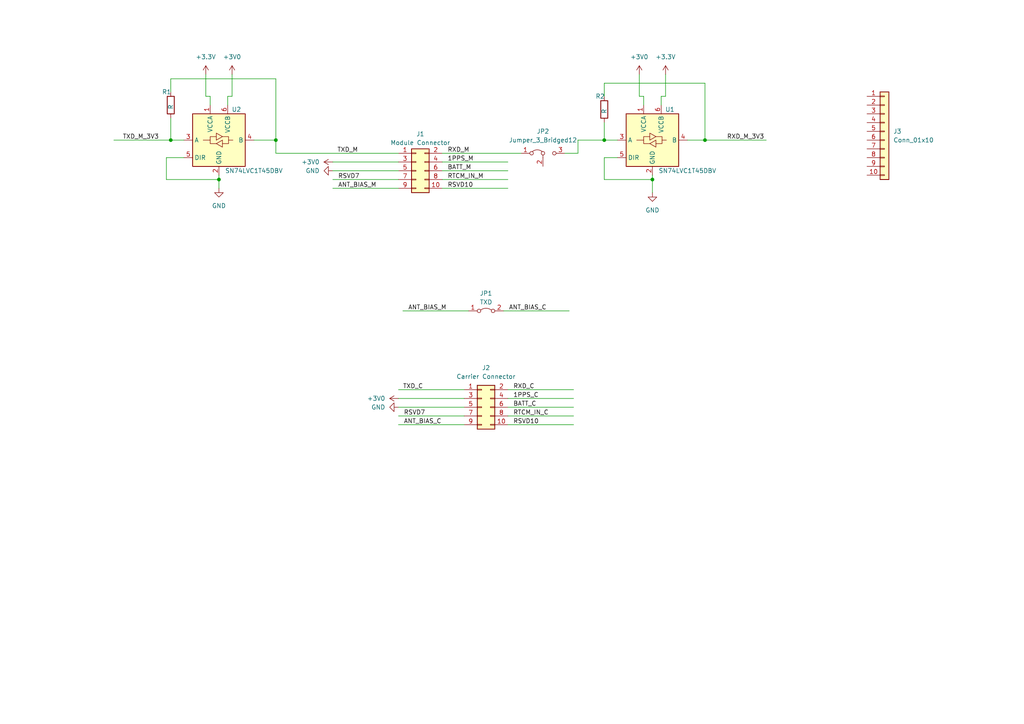
<source format=kicad_sch>
(kicad_sch (version 20230121) (generator eeschema)
  (paper "A4")
  (lib_symbols
    (symbol "Connector_Generic:Conn_01x10" (pin_names (offset 1.016) hide)
      (property "Reference" "J" (at 0 12.7 0))
      (property "Value" "Conn_01x10" (at 0 -15.24 0))
      (symbol "Conn_01x10_1_1"
        (rectangle (start -1.27 -12.573) (end 0 -12.827) (stroke (width 0.1524)))
        (rectangle (start -1.27 -10.033) (end 0 -10.287) (stroke (width 0.1524)))
        (rectangle (start -1.27 -7.493) (end 0 -7.747) (stroke (width 0.1524)))
        (rectangle (start -1.27 -4.953) (end 0 -5.207) (stroke (width 0.1524)))
        (rectangle (start -1.27 -2.413) (end 0 -2.667) (stroke (width 0.1524)))
        (rectangle (start -1.27 0.127) (end 0 -0.127) (stroke (width 0.1524)))
        (rectangle (start -1.27 2.667) (end 0 2.413) (stroke (width 0.1524)))
        (rectangle (start -1.27 5.207) (end 0 4.953) (stroke (width 0.1524)))
        (rectangle (start -1.27 7.747) (end 0 7.493) (stroke (width 0.1524)))
        (rectangle (start -1.27 10.287) (end 0 10.033) (stroke (width 0.1524)))
        (rectangle (start -1.27 11.43) (end 1.27 -13.97) (stroke (width 0.254)) (fill (type background)))
        (pin passive line (at -5.08 10.16 0) (length 3.81) (name "Pin_1") (number "1"))
        (pin passive line (at -5.08 -12.7 0) (length 3.81) (name "Pin_10") (number "10"))
        (pin passive line (at -5.08 7.62 0) (length 3.81) (name "Pin_2") (number "2"))
        (pin passive line (at -5.08 5.08 0) (length 3.81) (name "Pin_3") (number "3"))
        (pin passive line (at -5.08 2.54 0) (length 3.81) (name "Pin_4") (number "4"))
        (pin passive line (at -5.08 0 0) (length 3.81) (name "Pin_5") (number "5"))
        (pin passive line (at -5.08 -2.54 0) (length 3.81) (name "Pin_6") (number "6"))
        (pin passive line (at -5.08 -5.08 0) (length 3.81) (name "Pin_7") (number "7"))
        (pin passive line (at -5.08 -7.62 0) (length 3.81) (name "Pin_8") (number "8"))
        (pin passive line (at -5.08 -10.16 0) (length 3.81) (name "Pin_9") (number "9"))
      )
    )
    (symbol "Connector_Generic:Conn_02x05_Odd_Even" (pin_names (offset 1.016) hide)
      (property "Reference" "J" (at 1.27 7.62 0))
      (property "Value" "Conn_02x05_Odd_Even" (at 1.27 -7.62 0))
      (symbol "Conn_02x05_Odd_Even_1_1"
        (rectangle (start -1.27 -4.953) (end 0 -5.207) (stroke (width 0.1524)))
        (rectangle (start -1.27 -2.413) (end 0 -2.667) (stroke (width 0.1524)))
        (rectangle (start -1.27 0.127) (end 0 -0.127) (stroke (width 0.1524)))
        (rectangle (start -1.27 2.667) (end 0 2.413) (stroke (width 0.1524)))
        (rectangle (start -1.27 5.207) (end 0 4.953) (stroke (width 0.1524)))
        (rectangle (start -1.27 6.35) (end 3.81 -6.35) (stroke (width 0.254)) (fill (type background)))
        (rectangle (start 3.81 -4.953) (end 2.54 -5.207) (stroke (width 0.1524)))
        (rectangle (start 3.81 -2.413) (end 2.54 -2.667) (stroke (width 0.1524)))
        (rectangle (start 3.81 0.127) (end 2.54 -0.127) (stroke (width 0.1524)))
        (rectangle (start 3.81 2.667) (end 2.54 2.413) (stroke (width 0.1524)))
        (rectangle (start 3.81 5.207) (end 2.54 4.953) (stroke (width 0.1524)))
        (pin passive line (at -5.08 5.08 0) (length 3.81) (name "Pin_1") (number "1"))
        (pin passive line (at 7.62 -5.08 180) (length 3.81) (name "Pin_10") (number "10"))
        (pin passive line (at 7.62 5.08 180) (length 3.81) (name "Pin_2") (number "2"))
        (pin passive line (at -5.08 2.54 0) (length 3.81) (name "Pin_3") (number "3"))
        (pin passive line (at 7.62 2.54 180) (length 3.81) (name "Pin_4") (number "4"))
        (pin passive line (at -5.08 0 0) (length 3.81) (name "Pin_5") (number "5"))
        (pin passive line (at 7.62 0 180) (length 3.81) (name "Pin_6") (number "6"))
        (pin passive line (at -5.08 -2.54 0) (length 3.81) (name "Pin_7") (number "7"))
        (pin passive line (at 7.62 -2.54 180) (length 3.81) (name "Pin_8") (number "8"))
        (pin passive line (at -5.08 -5.08 0) (length 3.81) (name "Pin_9") (number "9"))
      )
    )
    (symbol "Device:R" (pin_numbers hide) (pin_names (offset 0))
      (property "Reference" "R" (at 2.032 0 90))
      (property "Value" "R" (at 0 0 90))
      (symbol "R_0_1"
        (rectangle (start -1.016 -2.54) (end 1.016 2.54) (stroke (width 0.254)))
      )
      (symbol "R_1_1"
        (pin passive line (at 0 3.81 270) (length 1.27) (name "~") (number "1"))
        (pin passive line (at 0 -3.81 90) (length 1.27) (name "~") (number "2"))
      )
    )
    (symbol "Jumper:Jumper_2_Bridged" (pin_names (offset 0) hide)
      (property "Reference" "JP" (at 0 1.905 0))
      (property "Value" "Jumper_2_Bridged" (at 0 -2.54 0))
      (symbol "Jumper_2_Bridged_0_0"
        (circle (center -2.032 0) (radius 0.508))
        (circle (center 2.032 0) (radius 0.508))
      )
      (symbol "Jumper_2_Bridged_0_1"
        (arc (start 1.524 0.254) (mid 0 0.762) (end -1.524 0.254))
      )
      (symbol "Jumper_2_Bridged_1_1"
        (pin passive line (at -5.08 0 0) (length 2.54) (name "A") (number "1"))
        (pin passive line (at 5.08 0 180) (length 2.54) (name "B") (number "2"))
      )
    )
    (symbol "Jumper:Jumper_3_Bridged12" (pin_names (offset 0) hide)
      (property "Reference" "JP" (at -2.54 -2.54 0))
      (property "Value" "Jumper_3_Bridged12" (at 0 2.794 0))
      (symbol "Jumper_3_Bridged12_0_0"
        (circle (center -3.302 0) (radius 0.508))
        (circle (center 0 0) (radius 0.508))
        (circle (center 3.302 0) (radius 0.508))
      )
      (symbol "Jumper_3_Bridged12_0_1"
        (arc (start -0.254 0.508) (mid -1.651 0.9912) (end -3.048 0.508))
        (polyline (pts (xy 0 -1.27) (xy 0 -0.508)))
      )
      (symbol "Jumper_3_Bridged12_1_1"
        (pin passive line (at -6.35 0 0) (length 2.54) (name "A") (number "1"))
        (pin passive line (at 0 -3.81 90) (length 2.54) (name "C") (number "2"))
        (pin passive line (at 6.35 0 180) (length 2.54) (name "B") (number "3"))
      )
    )
    (symbol "Logic_LevelTranslator:SN74LVC1T45DBV"
      (property "Reference" "U" (at -6.35 8.89 0))
      (property "Value" "SN74LVC1T45DBV" (at 3.81 8.89 0))
      (symbol "SN74LVC1T45DBV_0_1"
        (rectangle (start -7.62 7.62) (end 7.62 -7.62) (stroke (width 0.254)) (fill (type background)))
        (polyline (pts (xy -2.54 0) (xy -2.54 1.016) (xy -0.762 1.016)))
        (polyline (pts (xy 2.794 0) (xy 2.794 -1.016) (xy 1.016 -1.016)))
        (polyline (pts (xy -0.762 -1.016) (xy -2.54 -1.016) (xy -2.54 0) (xy -4.572 0)))
        (polyline (pts (xy -0.762 0) (xy -0.762 2.032) (xy 1.016 1.016) (xy -0.762 0)))
        (polyline (pts (xy 1.016 1.016) (xy 2.794 1.016) (xy 2.794 0) (xy 4.064 0)))
        (polyline (pts (xy 1.016 0) (xy 1.016 -1.778) (xy 1.016 -2.032) (xy -0.762 -1.016) (xy 1.016 0)))
      )
      (symbol "SN74LVC1T45DBV_1_1"
        (pin power_in line (at -2.54 10.16 270) (length 2.54) (name "VCCA") (number "1"))
        (pin power_in line (at 0 -10.16 90) (length 2.54) (name "GND") (number "2"))
        (pin bidirectional line (at -10.16 0 0) (length 2.54) (name "A") (number "3"))
        (pin bidirectional line (at 10.16 0 180) (length 2.54) (name "B") (number "4"))
        (pin input line (at -10.16 -5.08 0) (length 2.54) (name "DIR") (number "5"))
        (pin power_in line (at 2.54 10.16 270) (length 2.54) (name "VCCB") (number "6"))
      )
    )
    (symbol "power:+3.3V" (power) (pin_names (offset 0))
      (property "Value" "+3.3V" (at 0 3.556 0))
      (symbol "+3.3V_0_1"
        (polyline (pts (xy -0.762 1.27) (xy 0 2.54)))
        (polyline (pts (xy 0 0) (xy 0 2.54)))
        (polyline (pts (xy 0 2.54) (xy 0.762 1.27)))
      )
      (symbol "+3.3V_1_1"
        (pin power_in line (at 0 0 90) (length 0) hide (name "+3.3V") (number "1"))
      )
    )
    (symbol "power:+3V0" (power) (pin_names (offset 0))
      (property "Value" "+3V0" (at 0 3.556 0))
      (symbol "+3V0_0_1"
        (polyline (pts (xy -0.762 1.27) (xy 0 2.54)))
        (polyline (pts (xy 0 0) (xy 0 2.54)))
        (polyline (pts (xy 0 2.54) (xy 0.762 1.27)))
      )
      (symbol "+3V0_1_1"
        (pin power_in line (at 0 0 90) (length 0) hide (name "+3V0") (number "1"))
      )
    )
    (symbol "power:GND" (power) (pin_names (offset 0))
      (property "Value" "GND" (at 0 -3.81 0))
      (symbol "GND_0_1"
        (polyline (pts (xy 0 0) (xy 0 -1.27) (xy 1.27 -1.27) (xy 0 -2.54) (xy -1.27 -1.27) (xy 0 -1.27)))
      )
      (symbol "GND_1_1"
        (pin power_in line (at 0 0 270) (length 0) hide (name "GND") (number "1"))
      )
    )
  )
  (junction (at 49.53 40.64))
  (junction (at 175.26 40.64))
  (junction (at 189.23 52.07))
  (junction (at 204.47 40.64))
  (junction (at 63.5 52.07))
  (junction (at 80.01 40.64))
  (wire (pts (xy 115.57 118.11) (xy 134.62 118.11)))
  (wire (pts (xy 186.69 27.94) (xy 186.69 30.48)))
  (wire (pts (xy 185.42 27.94) (xy 186.69 27.94)))
  (wire (pts (xy 163.83 44.45) (xy 167.64 44.45)))
  (wire (pts (xy 191.77 30.48) (xy 191.77 27.94)))
  (wire (pts (xy 60.96 30.48) (xy 60.96 27.94)))
  (wire (pts (xy 189.23 52.07) (xy 175.26 52.07)))
  (wire (pts (xy 175.26 24.13) (xy 175.26 27.94)))
  (wire (pts (xy 49.53 22.86) (xy 80.01 22.86)))
  (wire (pts (xy 185.42 21.59) (xy 185.42 27.94)))
  (wire (pts (xy 80.01 44.45) (xy 80.01 40.64)))
  (wire (pts (xy 59.69 27.94) (xy 59.69 21.59)))
  (wire (pts (xy 96.52 52.07) (xy 115.57 52.07)))
  (wire (pts (xy 128.27 49.53) (xy 147.32 49.53)))
  (wire (pts (xy 33.02 40.64) (xy 49.53 40.64)))
  (wire (pts (xy 96.52 49.53) (xy 115.57 49.53)))
  (wire (pts (xy 53.34 45.72) (xy 48.26 45.72)))
  (wire (pts (xy 175.26 40.64) (xy 179.07 40.64)))
  (wire (pts (xy 63.5 50.8) (xy 63.5 52.07)))
  (wire (pts (xy 128.27 52.07) (xy 147.32 52.07)))
  (wire (pts (xy 191.77 27.94) (xy 193.04 27.94)))
  (wire (pts (xy 204.47 40.64) (xy 204.47 24.13)))
  (wire (pts (xy 147.32 123.19) (xy 166.37 123.19)))
  (wire (pts (xy 147.32 118.11) (xy 166.37 118.11)))
  (wire (pts (xy 175.26 45.72) (xy 179.07 45.72)))
  (wire (pts (xy 115.57 113.03) (xy 134.62 113.03)))
  (wire (pts (xy 96.52 54.61) (xy 115.57 54.61)))
  (wire (pts (xy 193.04 21.59) (xy 193.04 27.94)))
  (wire (pts (xy 66.04 27.94) (xy 66.04 30.48)))
  (wire (pts (xy 128.27 54.61) (xy 147.32 54.61)))
  (wire (pts (xy 189.23 52.07) (xy 189.23 55.88)))
  (wire (pts (xy 146.05 90.17) (xy 165.1 90.17)))
  (wire (pts (xy 147.32 115.57) (xy 166.37 115.57)))
  (wire (pts (xy 199.39 40.64) (xy 204.47 40.64)))
  (wire (pts (xy 128.27 44.45) (xy 151.13 44.45)))
  (wire (pts (xy 128.27 46.99) (xy 147.32 46.99)))
  (wire (pts (xy 175.26 52.07) (xy 175.26 45.72)))
  (wire (pts (xy 49.53 26.67) (xy 49.53 22.86)))
  (wire (pts (xy 115.57 120.65) (xy 134.62 120.65)))
  (wire (pts (xy 167.64 44.45) (xy 167.64 40.64)))
  (wire (pts (xy 80.01 22.86) (xy 80.01 40.64)))
  (wire (pts (xy 96.52 46.99) (xy 115.57 46.99)))
  (wire (pts (xy 175.26 24.13) (xy 204.47 24.13)))
  (wire (pts (xy 167.64 40.64) (xy 175.26 40.64)))
  (wire (pts (xy 204.47 40.64) (xy 222.25 40.64)))
  (wire (pts (xy 49.53 34.29) (xy 49.53 40.64)))
  (wire (pts (xy 48.26 45.72) (xy 48.26 52.07)))
  (wire (pts (xy 189.23 50.8) (xy 189.23 52.07)))
  (wire (pts (xy 80.01 44.45) (xy 115.57 44.45)))
  (wire (pts (xy 67.31 27.94) (xy 66.04 27.94)))
  (wire (pts (xy 80.01 40.64) (xy 73.66 40.64)))
  (wire (pts (xy 147.32 113.03) (xy 166.37 113.03)))
  (wire (pts (xy 63.5 52.07) (xy 63.5 54.61)))
  (wire (pts (xy 115.57 123.19) (xy 134.62 123.19)))
  (wire (pts (xy 147.32 120.65) (xy 166.37 120.65)))
  (wire (pts (xy 60.96 27.94) (xy 59.69 27.94)))
  (wire (pts (xy 49.53 40.64) (xy 53.34 40.64)))
  (wire (pts (xy 175.26 35.56) (xy 175.26 40.64)))
  (wire (pts (xy 116.84 90.17) (xy 135.89 90.17)))
  (wire (pts (xy 48.26 52.07) (xy 63.5 52.07)))
  (wire (pts (xy 67.31 21.59) (xy 67.31 27.94)))
  (wire (pts (xy 115.57 115.57) (xy 134.62 115.57)))
  (label "TXD_C" (at 116.84 113.03 0))
  (label "RSVD10" (at 129.794 54.61 0))
  (label "RSVD7" (at 117.094 120.65 0))
  (label "RXD_C" (at 148.844 113.03 0))
  (label "TXD_M_3V3" (at 35.56 40.64 0))
  (label "RTCM_IN_M" (at 129.794 52.07 0))
  (label "RXD_M" (at 129.794 44.45 0))
  (label "BATT_M" (at 129.794 49.53 0))
  (label "ANT_BIAS_M" (at 118.364 90.17 0))
  (label "BATT_C" (at 148.844 118.11 0))
  (label "ANT_BIAS_M" (at 98.044 54.61 0))
  (label "1PPS_M" (at 129.794 46.99 0))
  (label "1PPS_C" (at 148.844 115.57 0))
  (label "RTCM_IN_C" (at 148.844 120.65 0))
  (label "ANT_BIAS_C" (at 147.574 90.17 0))
  (label "TXD_M" (at 97.79 44.45 0))
  (label "RXD_M_3V3" (at 210.82 40.64 0))
  (label "RSVD10" (at 148.844 123.19 0))
  (label "ANT_BIAS_C" (at 117.094 123.19 0))
  (label "RSVD7" (at 98.044 52.07 0))
  (symbol (lib_id "power:+3V0") (at 67.31 21.59 0) (unit 1)
    (property "Reference" "#PWR05" (effects hide))
    (property "Value" "+3V0" (at 67.31 16.51 0))
  )
  (symbol (lib_id "power:GND") (at 96.52 49.53 270) (unit 1)
    (property "Reference" "#PWR02" (effects hide))
    (property "Value" "GND" (at 92.71 49.53 90) (effects (justify right)))
  )
  (symbol (lib_id "Device:R") (at 49.53 30.48 180) (unit 1)
    (property "Reference" "R1" (at 46.99 26.67 0) (effects (justify right)))
    (property "Value" "R" (at 49.53 31.75 90) (effects (justify right)))
  )
  (symbol (lib_id "Logic_LevelTranslator:SN74LVC1T45DBV") (at 189.23 40.64 0) (unit 1)
    (property "Reference" "U1" (at 194.31 31.75 0))
    (property "Value" "SN74LVC1T45DBV" (at 199.39 49.53 0))
    (property "Footprint" "Package_TO_SOT_SMD:SOT-23-6" (effects hide))
    (property "Datasheet" "http://www.ti.com/lit/ds/symlink/sn74lvc1t45.pdf" (effects hide))
  )
  (symbol (lib_id "power:GND") (at 189.23 55.88 0) (unit 1)
    (property "Reference" "#PWR08" (effects hide))
    (property "Value" "GND" (at 189.23 60.96 0))
  )
  (symbol (lib_id "Jumper:Jumper_3_Bridged12") (at 157.48 44.45 0) (unit 1)
    (property "Reference" "JP2" (at 157.48 38.1 0))
    (property "Value" "Jumper_3_Bridged12" (at 157.48 40.64 0))
  )
  (symbol (lib_id "Connector_Generic:Conn_01x10") (at 256.54 38.1 0) (unit 1)
    (property "Reference" "J3" (at 259.08 38.1 0) (effects (justify left)))
    (property "Value" "Conn_01x10" (at 259.08 40.64 0) (effects (justify left)))
  )
  (symbol (lib_id "power:GND") (at 115.57 118.11 270) (unit 1)
    (property "Reference" "#PWR04" (effects hide))
    (property "Value" "GND" (at 111.76 118.11 90) (effects (justify right)))
  )
  (symbol (lib_id "power:+3V0") (at 115.57 115.57 90) (unit 1)
    (property "Reference" "#PWR03" (effects hide))
    (property "Value" "+3V0" (at 111.76 115.57 90) (effects (justify left)))
  )
  (symbol (lib_id "power:+3V0") (at 96.52 46.99 90) (unit 1)
    (property "Reference" "#PWR01" (effects hide))
    (property "Value" "+3V0" (at 92.71 46.99 90) (effects (justify left)))
  )
  (symbol (lib_id "Jumper:Jumper_2_Bridged") (at 140.97 90.17 0) (unit 1)
    (property "Reference" "JP1" (at 140.97 85.09 0))
    (property "Value" "TXD" (at 140.97 87.63 0))
  )
  (symbol (lib_id "power:+3.3V") (at 193.04 21.59 0) (unit 1)
    (property "Reference" "#PWR010" (effects hide))
    (property "Value" "+3.3V" (at 193.04 16.51 0))
  )
  (symbol (lib_id "power:+3V0") (at 185.42 21.59 0) (unit 1)
    (property "Reference" "#PWR09" (effects hide))
    (property "Value" "+3V0" (at 185.42 16.51 0))
  )
  (symbol (lib_id "Device:R") (at 175.26 31.75 180) (unit 1)
    (property "Reference" "R2" (at 172.72 27.94 0) (effects (justify right)))
    (property "Value" "R" (at 175.26 33.02 90) (effects (justify right)))
  )
  (symbol (lib_id "power:+3.3V") (at 59.69 21.59 0) (unit 1)
    (property "Reference" "#PWR07" (effects hide))
    (property "Value" "+3.3V" (at 59.69 16.51 0))
  )
  (symbol (lib_id "Connector_Generic:Conn_02x05_Odd_Even") (at 120.65 49.53 0) (unit 1)
    (property "Reference" "J1" (at 121.92 38.862 0))
    (property "Value" "Module Connector" (at 121.92 41.402 0))
  )
  (symbol (lib_id "Connector_Generic:Conn_02x05_Odd_Even") (at 139.7 118.11 0) (unit 1)
    (property "Reference" "J2" (at 140.97 106.68 0))
    (property "Value" "Carrier Connector" (at 140.97 109.22 0))
  )
  (symbol (lib_id "Logic_LevelTranslator:SN74LVC1T45DBV") (at 63.5 40.64 0) (unit 1)
    (property "Reference" "U2" (at 68.58 31.75 0))
    (property "Value" "SN74LVC1T45DBV" (at 73.66 49.53 0))
    (property "Footprint" "Package_TO_SOT_SMD:SOT-23-6" (effects hide))
    (property "Datasheet" "http://www.ti.com/lit/ds/symlink/sn74lvc1t45.pdf" (effects hide))
  )
  (symbol (lib_id "power:GND") (at 63.5 54.61 0) (unit 1)
    (property "Reference" "#PWR06" (effects hide))
    (property "Value" "GND" (at 63.5 59.69 0))
  )
)
</source>
